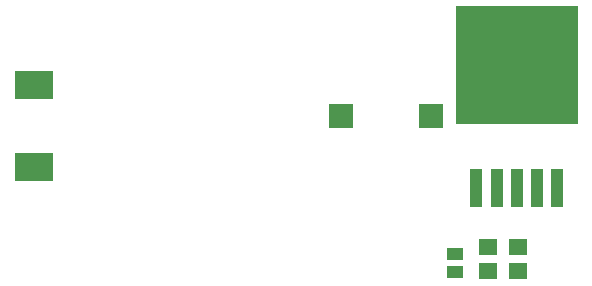
<source format=gtp>
G04*
G04 #@! TF.GenerationSoftware,Altium Limited,Altium Designer,22.3.1 (43)*
G04*
G04 Layer_Color=8421504*
%FSLAX25Y25*%
%MOIN*%
G70*
G04*
G04 #@! TF.SameCoordinates,E78762D2-B51B-4B12-9D3C-234BF7CF4557*
G04*
G04*
G04 #@! TF.FilePolarity,Positive*
G04*
G01*
G75*
%ADD15R,0.12992X0.09449*%
%ADD16R,0.07874X0.07874*%
%ADD17R,0.05512X0.04331*%
%ADD18R,0.05906X0.05512*%
%ADD19R,0.04134X0.12598*%
%ADD20R,0.41142X0.39370*%
D15*
X10000Y42500D02*
D03*
Y69862D02*
D03*
D16*
X142500Y59500D02*
D03*
X112500D02*
D03*
D17*
X150500Y13500D02*
D03*
Y7594D02*
D03*
D18*
X161500Y15937D02*
D03*
Y8063D02*
D03*
X171500Y15874D02*
D03*
Y8000D02*
D03*
D19*
X157614Y35500D02*
D03*
X164307D02*
D03*
X171000D02*
D03*
X177693D02*
D03*
X184386D02*
D03*
D20*
X171000Y76500D02*
D03*
M02*

</source>
